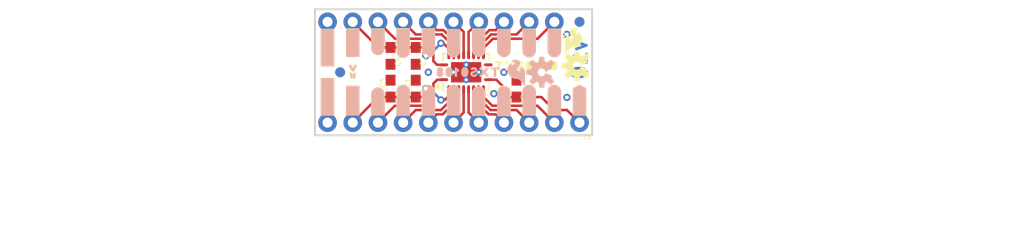
<source format=kicad_pcb>
(kicad_pcb (version 20211014) (generator pcbnew)
  (layers (0 "F.Cu" signal) (31 "B.Cu" signal) (34 "B.Paste" user) (35 "F.Paste" user) (36 "B.SilkS" user "B.Silkscreen") (37 "F.SilkS" user "F.Silkscreen") (38 "B.Mask" user) (39 "F.Mask" user) (44 "Edge.Cuts" user))
  (net 0 "")
  (net 1 "GND")
  (net 2 "VCCA")
  (net 3 "A1")
  (net 4 "A2")
  (net 5 "A3")
  (net 6 "A4")
  (net 7 "A5")
  (net 8 "A6")
  (net 9 "A7")
  (net 10 "A8")
  (net 11 "OE")
  (net 12 "B1")
  (net 13 "B2")
  (net 14 "B3")
  (net 15 "B4")
  (net 16 "B5")
  (net 17 "B6")
  (net 18 "B7")
  (net 19 "B8")
  (net 20 "VCCB")
  (footprint "boardEagle:#B1#0" (layer "F.Cu") (at 140.8811 103.2256 90)
    (fp_text reference "U$20" hide)
    (fp_text value "" hide)
  )
  (footprint "boardEagle:1X10_NO_SILK" (layer "F.Cu") (at 158.6611 99.9236 180)
    (fp_text reference "J2" (at -1.27 -1.397) (layer "F.SilkS") (effects (font (size 0.512064 0.512064) (thickness 0.097536)) (justify right)))
    (fp_text value "")
    (pad "1" thru_hole circle (at 0 0 270) (size 1.8796 1.8796) (drill 1.016) (layers *.Cu *.Mask) (net 19 "B8"))
    (pad "2" thru_hole circle (at 2.54 0 270) (size 1.8796 1.8796) (drill 1.016) (layers *.Cu *.Mask) (net 18 "B7"))
    (pad "3" thru_hole circle (at 5.08 0 270) (size 1.8796 1.8796) (drill 1.016) (layers *.Cu *.Mask) (net 17 "B6"))
    (pad "4" thru_hole circle (at 7.62 0 270) (size 1.8796 1.8796) (drill 1.016) (layers *.Cu *.Mask) (net 16 "B5"))
    (pad "5" thru_hole circle (at 10.16 0 270) (size 1.8796 1.8796) (drill 1.016) (layers *.Cu *.Mask) (net 15 "B4"))
    (pad "6" thru_hole circle (at 12.7 0 270) (size 1.8796 1.8796) (drill 1.016) (layers *.Cu *.Mask) (net 14 "B3"))
    (pad "7" thru_hole circle (at 15.24 0 270) (size 1.8796 1.8796) (drill 1.016) (layers *.Cu *.Mask) (net 13 "B2"))
    (pad "8" thru_hole circle (at 17.78 0 270) (size 1.8796 1.8796) (drill 1.016) (layers *.Cu *.Mask) (net 12 "B1"))
    (pad "9" thru_hole circle (at 20.32 0 270) (size 1.8796 1.8796) (drill 1.016) (layers *.Cu *.Mask) (net 20 "VCCB"))
    (pad "10" thru_hole circle (at 22.86 0 270) (size 1.8796 1.8796) (drill 1.016) (layers *.Cu *.Mask) (net 1 "GND"))
  )
  (footprint "boardEagle:#A3#0" (layer "F.Cu") (at 145.9611 109.7026 90)
    (fp_text reference "U$7" hide)
    (fp_text value "" hide)
  )
  (footprint "boardEagle:OSHW-LOGO-S" (layer "F.Cu") (at 160.9471 104.3686 90)
    (fp_text reference "LOGO1" hide)
    (fp_text value "OSHW-LOGOS" hide)
  )
  (footprint "boardEagle:#4#0" (layer "F.Cu") (at 148.5011 109.7026 90)
    (fp_text reference "U$8" hide)
    (fp_text value "" hide)
  )
  (footprint "boardEagle:#B2#0" (layer "F.Cu") (at 143.4211 103.4796 90)
    (fp_text reference "U$19" hide)
    (fp_text value "" hide)
  )
  (footprint "boardEagle:#5#0" (layer "F.Cu") (at 151.0411 109.7026 90)
    (fp_text reference "U$9" hide)
    (fp_text value "" hide)
  )
  (footprint "boardEagle:#B6#0" (layer "F.Cu") (at 153.5811 103.4796 90)
    (fp_text reference "U$15" hide)
    (fp_text value "" hide)
  )
  (footprint "boardEagle:0603" (layer "F.Cu") (at 144.6911 103.3526 -90)
    (fp_text reference "C2" (at 0 -0.762 90) (layer "F.SilkS") (effects (font (size 0.512064 0.512064) (thickness 0.097536)) (justify right)))
    (fp_text value "0.1uF")
    (pad "1" smd roundrect (at -0.85 0 270) (size 1.1 1) (layers "F.Cu" "F.Paste" "F.Mask") (roundrect_rratio 0.0508) (net 20 "VCCB"))
    (pad "2" smd roundrect (at 0.85 0 270) (size 1.1 1) (layers "F.Cu" "F.Paste" "F.Mask") (roundrect_rratio 0.0508) (net 1 "GND"))
  )
  (footprint "boardEagle:#B3#0" (layer "F.Cu") (at 145.9611 103.4796 90)
    (fp_text reference "U$18" hide)
    (fp_text value "" hide)
  )
  (footprint "boardEagle:#B7#0" (layer "F.Cu") (at 156.1211 103.4796 90)
    (fp_text reference "U$14" hide)
    (fp_text value "" hide)
  )
  (footprint "boardEagle:0603" (layer "F.Cu") (at 144.6911 106.6546 90)
    (fp_text reference "C1" (at 0 -0.762 90) (layer "F.SilkS") (effects (font (size 0.512064 0.512064) (thickness 0.097536)) (justify left)))
    (fp_text value "0.1uF")
    (pad "1" smd roundrect (at -0.85 0 90) (size 1.1 1) (layers "F.Cu" "F.Paste" "F.Mask") (roundrect_rratio 0.0508) (net 2 "VCCA"))
    (pad "2" smd roundrect (at 0.85 0 90) (size 1.1 1) (layers "F.Cu" "F.Paste" "F.Mask") (roundrect_rratio 0.0508) (net 1 "GND"))
  )
  (footprint "boardEagle:#A1#0" (layer "F.Cu") (at 140.8811 109.7026 90)
    (fp_text reference "U$5" hide)
    (fp_text value "" hide)
  )
  (footprint "boardEagle:#VA#0" (layer "F.Cu") (at 138.3411 109.7026 90)
    (fp_text reference "U$3" hide)
    (fp_text value "" hide)
  )
  (footprint "boardEagle:TXS01080" (layer "F.Cu") (at 151.9301 104.3686)
    (fp_text reference "U$44" hide)
    (fp_text value "" hide)
  )
  (footprint "boardEagle:#0" (layer "F.Cu") (at 138.3411 104.4702 90)
    (fp_text reference "U$33" hide)
    (fp_text value "" hide)
  )
  (footprint "boardEagle:1X11_NO_SILK" (layer "F.Cu") (at 161.2011 110.0836 180)
    (fp_text reference "J1" (at -1.27 -1.397) (layer "F.SilkS") (effects (font (size 0.512064 0.512064) (thickness 0.097536)) (justify right)))
    (fp_text value "")
    (pad "1" thru_hole circle (at 0 0 270) (size 1.8796 1.8796) (drill 1.016) (layers *.Cu *.Mask) (net 11 "OE"))
    (pad "2" thru_hole circle (at 2.54 0 270) (size 1.8796 1.8796) (drill 1.016) (layers *.Cu *.Mask) (net 10 "A8"))
    (pad "3" thru_hole circle (at 5.08 0 270) (size 1.8796 1.8796) (drill 1.016) (layers *.Cu *.Mask) (net 9 "A7"))
    (pad "4" thru_hole circle (at 7.62 0 270) (size 1.8796 1.8796) (drill 1.016) (layers *.Cu *.Mask) (net 8 "A6"))
    (pad "5" thru_hole circle (at 10.16 0 270) (size 1.8796 1.8796) (drill 1.016) (layers *.Cu *.Mask) (net 7 "A5"))
    (pad "6" thru_hole circle (at 12.7 0 270) (size 1.8796 1.8796) (drill 1.016) (layers *.Cu *.Mask) (net 6 "A4"))
    (pad "7" thru_hole circle (at 15.24 0 270) (size 1.8796 1.8796) (drill 1.016) (layers *.Cu *.Mask) (net 5 "A3"))
    (pad "8" thru_hole circle (at 17.78 0 270) (size 1.8796 1.8796) (drill 1.016) (layers *.Cu *.Mask) (net 4 "A2"))
    (pad "9" thru_hole circle (at 20.32 0 270) (size 1.8796 1.8796) (drill 1.016) (layers *.Cu *.Mask) (net 3 "A1"))
    (pad "10" thru_hole circle (at 22.86 0 270) (size 1.8796 1.8796) (drill 1.016) (layers *.Cu *.Mask) (net 2 "VCCA"))
    (pad "11" thru_hole circle (at 25.4 0 270) (size 1.8796 1.8796) (drill 1.016) (layers *.Cu *.Mask) (net 1 "GND"))
  )
  (footprint "boardEagle:#OE#0" (layer "F.Cu") (at 161.2011 109.7026 90)
    (fp_text reference "U$21" hide)
    (fp_text value "" hide)
  )
  (footprint "boardEagle:FIDUCIAL-1X2" (layer "F.Cu") (at 161.2011 99.9236)
    (fp_text reference "FD1" hide)
    (fp_text value "FIDUCIAL1X2" hide)
    (pad "1" smd roundrect (at 0 0) (size 1 1) (layers "F.Cu" "F.Mask") (roundrect_rratio 0.5))
  )
  (footprint "boardEagle:V0" (layer "F.Cu") (at 138.4173 105.1814)
    (fp_text reference "U$46" hide)
    (fp_text value "" hide)
  )
  (footprint "boardEagle:#A7#0" (layer "F.Cu") (at 156.1211 109.7026 90)
    (fp_text reference "U$11" hide)
    (fp_text value "" hide)
  )
  (footprint "boardEagle:0603" (layer "F.Cu") (at 142.1511 103.3526 -90)
    (fp_text reference "C4" (at 0 -0.762 90) (layer "F.SilkS") (effects (font (size 0.512064 0.512064) (thickness 0.097536)) (justify right)))
    (fp_text value "10uF")
    (pad "1" smd roundrect (at -0.85 0 270) (size 1.1 1) (layers "F.Cu" "F.Paste" "F.Mask") (roundrect_rratio 0.0508) (net 20 "VCCB"))
    (pad "2" smd roundrect (at 0.85 0 270) (size 1.1 1) (layers "F.Cu" "F.Paste" "F.Mask") (roundrect_rratio 0.0508) (net 1 "GND"))
  )
  (footprint "boardEagle:0603" (layer "F.Cu") (at 142.1511 106.6546 90)
    (fp_text reference "C3" (at 0 -0.762 90) (layer "F.SilkS") (effects (font (size 0.512064 0.512064) (thickness 0.097536)) (justify left)))
    (fp_text value "10uF")
    (pad "1" smd roundrect (at -0.85 0 90) (size 1.1 1) (layers "F.Cu" "F.Paste" "F.Mask") (roundrect_rratio 0.0508) (net 2 "VCCA"))
    (pad "2" smd roundrect (at 0.85 0 90) (size 1.1 1) (layers "F.Cu" "F.Paste" "F.Mask") (roundrect_rratio 0.0508) (net 1 "GND"))
  )
  (footprint "boardEagle:#A8#0" (layer "F.Cu") (at 158.6611 109.7026 90)
    (fp_text reference "U$12" hide)
    (fp_text value "" hide)
  )
  (footprint "boardEagle:#5#6" (layer "F.Cu") (at 151.0411 102.4636 90)
    (fp_text reference "U$17" hide)
    (fp_text value "" hide)
  )
  (footprint "boardEagle:SFE_LOGO_FLAME_.1" (layer "F.Cu") (at 160.5661 101.8286)
    (fp_text reference "LOGO2" hide)
    (fp_text value "SFE_LOGO_FLAME.1_INCH" hide)
  )
  (footprint "boardEagle:0603" (layer "F.Cu") (at 154.8511 106.6546 -90)
    (fp_text reference "R1" (at 0 -0.762 90) (layer "F.SilkS") (effects (font (size 0.512064 0.512064) (thickness 0.097536)) (justify right)))
    (fp_text value "100k")
    (pad "1" smd roundrect (at -0.85 0 270) (size 1.1 1) (layers "F.Cu" "F.Paste" "F.Mask") (roundrect_rratio 0.0508) (net 1 "GND"))
    (pad "2" smd roundrect (at 0.85 0 270) (size 1.1 1) (layers "F.Cu" "F.Paste" "F.Mask") (roundrect_rratio 0.0508) (net 11 "OE"))
  )
  (footprint "boardEagle:#GND#0" (layer "F.Cu") (at 135.8011 109.7026 90)
    (fp_text reference "U$2" hide)
    (fp_text value "" hide)
  )
  (footprint "boardEagle:CREATIVE_COMMONS" (layer "F.Cu") (at 123.1011 120.2436)
    (fp_text reference "FRAME1" hide)
    (fp_text value "FRAME-LETTER" hide)
  )
  (footprint "boardEagle:FIDUCIAL-1X2" (layer "F.Cu") (at 137.0711 105.0036)
    (fp_text reference "FD3" hide)
    (fp_text value "FIDUCIAL1X2" hide)
    (pad "1" smd roundrect (at 0 0) (size 1 1) (layers "F.Cu" "F.Mask") (roundrect_rratio 0.5))
  )
  (footprint "boardEagle:VFQFN-20" (layer "F.Cu") (at 149.7711 105.0036)
    (fp_text reference "U1" (at -1.5 -2.5) (layer "F.SilkS") (effects (font (size 0.512064 0.512064) (thickness 0.097536)) (justify left)))
    (fp_text value "TXS0108")
    (fp_poly (pts (xy 1.39 -1.439342) (xy 1.371396 -1.369912) (xy 1.320088 -1.318604) (xy 1.25 -1.299824) (xy 1.179912 -1.318604) (xy 1.128604 -1.369912) (xy 1.11 -1.439342) (xy 1.11 -2.055) (xy 1.39 -2.055)) (layer "F.Cu") (width 0) (fill solid))
    (fp_poly (pts (xy 1.89 -1.439342) (xy 1.871396 -1.369912) (xy 1.820088 -1.318604) (xy 1.75 -1.299824) (xy 1.679912 -1.318604) (xy 1.628604 -1.369912) (xy 1.61 -1.439342) (xy 1.61 -2.055) (xy 1.89 -2.055)) (layer "F.Cu") (width 0) (fill solid))
    (fp_poly (pts (xy -0.679912 1.318604) (xy -0.628604 1.369912) (xy -0.61 1.439342) (xy -0.61 2.055) (xy -0.89 2.055) (xy -0.89 1.439342) (xy -0.871396 1.369912) (xy -0.820088 1.318604) (xy -0.75 1.299824)) (layer "F.Cu") (width 0) (fill solid))
    (fp_poly (pts (xy 0.89 -1.439342) (xy 0.871396 -1.369912) (xy 0.820088 -1.318604) (xy 0.75 -1.299824) (xy 0.679912 -1.318604) (xy 0.628604 -1.369912) (xy 0.61 -1.439342) (xy 0.61 -2.055) (xy 0.89 -2.055)) (layer "F.Cu") (width 0) (fill solid))
    (fp_poly (pts (xy -0.179912 1.318604) (xy -0.128604 1.369912) (xy -0.11 1.439342) (xy -0.11 2.055) (xy -0.39 2.055) (xy -0.39 1.439342) (xy -0.371396 1.369912) (xy -0.320088 1.318604) (xy -0.25 1.299824)) (layer "F.Cu") (width 0) (fill solid))
    (fp_poly (pts (xy 0.320088 1.318604) (xy 0.371396 1.369912) (xy 0.39 1.439342) (xy 0.39 2.055) (xy 0.11 2.055) (xy 0.11 1.439342) (xy 0.128604 1.369912) (xy 0.179912 1.318604) (xy 0.25 1.299824)) (layer "F.Cu") (width 0) (fill solid))
    (fp_poly (pts (xy 0.39 -1.439342) (xy 0.371396 -1.369912) (xy 0.320088 -1.318604) (xy 0.25 -1.299824) (xy 0.179912 -1.318604) (xy 0.128604 -1.369912) (xy 0.11 -1.439342) (xy 0.11 -2.055) (xy 0.39 -2.055)) (layer "F.Cu") (width 0) (fill solid))
    (fp_poly (pts (xy -0.61 -1.439342) (xy -0.628604 -1.369912) (xy -0.679912 -1.318604) (xy -0.75 -1.299824) (xy -0.820088 -1.318604) (xy -0.871396 -1.369912) (xy -0.89 -1.439342) (xy -0.89 -2.055) (xy -0.61 -2.055)) (layer "F.Cu") (width 0) (fill solid))
    (fp_poly (pts (xy -1.11 -1.439342) (xy -1.128604 -1.369912) (xy -1.179912 -1.318604) (xy -1.25 -1.299824) (xy -1.320088 -1.318604) (xy -1.371396 -1.369912) (xy -1.39 -1.439342) (xy -1.39 -2.055) (xy -1.11 -2.055)) (layer "F.Cu") (width 0) (fill solid))
    (fp_poly (pts (xy 0.820088 1.318604) (xy 0.871396 1.369912) (xy 0.89 1.439342) (xy 0.89 2.055) (xy 0.61 2.055) (xy 0.61 1.439342) (xy 0.628604 1.369912) (xy 0.679912 1.318604) (xy 0.75 1.299824)) (layer "F.Cu") (width 0) (fill solid))
    (fp_poly (pts (xy 1.320088 1.318604) (xy 1.371396 1.369912) (xy 1.39 1.439342) (xy 1.39 2.055) (xy 1.11 2.055) (xy 1.11 1.439342) (xy 1.128604 1.369912) (xy 1.179912 1.318604) (xy 1.25 1.299824)) (layer "F.Cu") (width 0) (fill solid))
    (fp_poly (pts (xy -1.61 -1.439342) (xy -1.628604 -1.369912) (xy -1.679912 -1.318604) (xy -1.75 -1.299824) (xy -1.820088 -1.318604) (xy -1.871396 -1.369912) (xy -1.89 -1.439342) (xy -1.89 -2.055) (xy -1.61 -2.055)) (layer "F.Cu") (width 0) (fill solid))
    (fp_poly (pts (xy -1.679912 1.318604) (xy -1.628604 1.369912) (xy -1.61 1.439342) (xy -1.61 2.055) (xy -1.89 2.055) (xy -1.89 1.439342) (xy -1.871396 1.369912) (xy -1.820088 1.318604) (xy -1.75 1.299824)) (layer "F.Cu") (width 0) (fill solid))
    (fp_poly (pts (xy -0.11 -1.439342) (xy -0.128604 -1.369912) (xy -0.179912 -1.318604) (xy -0.25 -1.299824) (xy -0.320088 -1.318604) (xy -0.371396 -1.369912) (xy -0.39 -1.439342) (xy -0.39 -2.055) (xy -0.11 -2.055)) (layer "F.Cu") (width 0) (fill solid))
    (fp_poly (pts (xy 2.555 -0.61) (xy 1.939342 -0.61) (xy 1.869912 -0.628604) (xy 1.818604 -0.679912) (xy 1.799824 -0.75) (xy 1.818604 -0.820088) (xy 1.869912 -0.871396) (xy 1.939342 -0.89) (xy 2.555 -0.89)) (layer "F.Cu") (width 0) (fill solid))
    (fp_poly (pts (xy -1.869912 0.628604) (xy -1.818604 0.679912) (xy -1.799824 0.75) (xy -1.818604 0.820088) (xy -1.869912 0.871396) (xy -1.939342 0.89) (xy -2.555 0.89) (xy -2.555 0.61) (xy -1.939342 0.61)) (layer "F.Cu") (width 0) (fill solid))
    (fp_poly (pts (xy -1.869912 -0.871396) (xy -1.818604 -0.820088) (xy -1.799824 -0.75) (xy -1.818604 -0.679912) (xy -1.869912 -0.628604) (xy -1.939342 -0.61) (xy -2.555 -0.61) (xy -2.555 -0.89) (xy -1.939342 -0.89)) (layer "F.Cu") (width 0) (fill solid))
    (fp_poly (pts (xy 2.555 0.89) (xy 1.939342 0.89) (xy 1.869912 0.871396) (xy 1.818604 0.820088) (xy 1.799824 0.75) (xy 1.818604 0.679912) (xy 1.869912 0.628604) (xy 1.939342 0.61) (xy 2.555 0.61)) (layer "F.Cu") (width 0) (fill solid))
    (fp_poly (pts (xy -1.179912 1.318604) (xy -1.128604 1.369912) (xy -1.11 1.439342) (xy -1.11 2.055) (xy -1.39 2.055) (xy -1.39 1.439342) (xy -1.371396 1.369912) (xy -1.320088 1.318604) (xy -1.25 1.299824)) (layer "F.Cu") (width 0) (fill solid))
    (fp_poly (pts (xy 1.820088 1.318604) (xy 1.871396 1.369912) (xy 1.89 1.439342) (xy 1.89 2.055) (xy 1.61 2.055) (xy 1.61 1.439342) (xy 1.628604 1.369912) (xy 1.679912 1.318604) (xy 1.75 1.299824)) (layer "F.Cu") (width 0) (fill solid))
    (pad "1" smd roundrect (at -2.3 0.75) (size 0.7 0.28) (layers "F.Cu") (roundrect_rratio 0.1814285714) (net 3 "A1"))
    (pad "2" smd roundrect (at -1.75 1.8 90) (size 0.7 0.28) (layers "F.Cu") (roundrect_rratio 0.1814285714) (net 2 "VCCA"))
    (pad "3" smd roundrect (at -1.25 1.8 90) (size 0.7 0.28) (layers "F.Cu") (roundrect_rratio 0.1814285714) (net 4 "A2"))
    (pad "4" smd roundrect (at -0.75 1.8 90) (size 0.7 0.28) (layers "F.Cu") (roundrect_rratio 0.1814285714) (net 5 "A3"))
    (pad "5" smd roundrect (at -0.25 1.8 90) (size 0.7 0.28) (layers "F.Cu") (roundrect_rratio 0.1814285714) (net 6 "A4"))
    (pad "6" smd roundrect (at 0.25 1.8 90) (size 0.7 0.28) (layers "F.Cu") (roundrect_rratio 0.1814285714) (net 7 "A5"))
    (pad "7" smd roundrect (at 0.75 1.8 90) (size 0.7 0.28) (layers "F.Cu") (roundrect_rratio 0.1814285714) (net 8 "A6"))
    (pad "8" smd roundrect (at 1.25 1.8 90) (size 0.7 0.28) (layers "F.Cu") (roundrect_rratio 0.1814285714) (net 9 "A7"))
    (pad "9" smd roundrect (at 1.75 1.8 90) (size 0.7 0.28) (layers "F.Cu") (roundrect_rratio 0.1814285714) (net 10 "A8"))
    (pad "10" smd roundrect (at 2.3 0.75 180) (size 0.7 0.28) (layers "F.Cu") (roundrect_rratio 0.1814285714) (net 11 "OE"))
    (pad "11" smd roundrect (at 2.3 -0.75 180) (size 0.7 0.28) (layers "F.Cu") (roundrect_rratio 0.1814285714) (net 1 "GND"))
    (pad "12" smd roundrect (at 1.75 -1.8 270) (size 0.7 0.28) (layers "F.Cu") (roundrect_rratio 0.1814285714) (net 19 "B8"))
    (pad "13" smd roundrect (at 1.25 -1.8 270) (size 0.7 0.28) (layers "F.Cu") (roundrect_rratio 0.1814285714) (net 18 "B7"))
    (pad "14" smd roundrect (at 0.75 -1.8 270) (size 0.7 0.28) (layers "F.Cu") (roundrect_rratio 0.1814285714) (net 17 "B6"))
    (pad "15" smd roundrect (at 0.25 -1.8 270) (size 0.7 0.28) (layers "F.Cu") (roundrect_rratio 0.1814285714) (net 16 "B5"))
    (pad "16" smd roundrect (at -0.25 -1.8 270) (size 0.7 0.28) (layers "F.Cu") (roundrect_rratio 0.1814285714) (net 15 "B4"))
    (pad "17" smd roundrect (at -0.75 -1.8 270) (size 0.7 0.28) (layers "F.Cu") (roundrect_rratio 0.1814285714) (net 14 "B3"))
    (pad "18" smd roundrect (at -1.25 -1.8 270) (size 0.7 0.28) (layers "F.Cu") (roundrect_rratio 0.1814285714) (net 13 "B2"))
    (pad "19" smd roundrect (at -1.75 -1.8 270) (size 0.7 0.28) (layers "F.Cu") (roundrect_rratio 0.1814285714) (net 20 "VCCB"))
    (pad "20" smd roundrect (at -2.3 -0.75) (size 0.7 0.28) (layers "F.Cu") (roundrect_rratio 0.1814285714) (net 12 "B1"))
    (pad "EPAD" smd roundrect (at 0 0) (size 3.05 2.05) (layers "F.Cu" "F.Mask") (roundrect_rratio 0.0247804878) (net 1 "GND"))
  )
  (footprint "boardEagle:#A2#0" (layer "F.Cu") (at 143.4211 109.7026 90)
    (fp_text reference "U$6" hide)
    (fp_text value "" hide)
  )
  (footprint "boardEagle:#B8#0" (layer "F.Cu") (at 158.6611 103.4796 90)
    (fp_text reference "U$13" hide)
    (fp_text value "" hide)
  )
  (footprint "boardEagle:#GND#0" (layer "F.Cu") (at 135.8011 104.7496 90)
    (fp_text reference "U$1" hide)
    (fp_text value "" hide)
  )
  (footprint "boardEagle:#A6#0" (layer "F.Cu") (at 153.5811 109.7026 90)
    (fp_text reference "U$10" hide)
    (fp_text value "" hide)
  )
  (footprint "boardEagle:#VB#0" (layer "F.Cu") (at 138.3411 103.7336 90)
    (fp_text reference "U$22" hide)
    (fp_text value "" hide)
  )
  (footprint "boardEagle:#4#6" (layer "F.Cu") (at 148.5011 102.5906 90)
    (fp_text reference "U$16" hide)
    (fp_text value "" hide)
  )
  (footprint "boardEagle:#B8#9" (layer "B.Cu") (at 158.6611 100.3046 -90)
    (fp_text reference "U$35" hide)
    (fp_text value "" hide)
  )
  (footprint "boardEagle:#A6#6" (layer "B.Cu") (at 153.5811 106.4006 -90)
    (fp_text reference "U$29" hide)
    (fp_text value "" hide)
  )
  (footprint "boardEagle:FIDUCIAL-1X2" (layer "B.Cu") (at 161.2011 99.9236 180)
    (fp_text reference "FD2" hide)
    (fp_text value "FIDUCIAL1X2" hide)
    (pad "1" smd roundrect (at 0 0 180) (size 1 1) (layers "B.Cu" "B.Mask") (roundrect_rratio 0.5))
  )
  (footprint "boardEagle:SFE_LOGO_FLAME_.1" (layer "B.Cu") (at 154.8511 105.0036 180)
    (fp_text reference "LOGO3" hide)
    (fp_text value "SFE_LOGO_FLAME.1_INCH" hide)
  )
  (footprint "boardEagle:#GND#0" (layer "B.Cu") (at 135.8011 105.2576 -90)
    (fp_text reference "U$34" hide)
    (fp_text value "" hide)
  )
  (footprint "boardEagle:#0" (layer "B.Cu") (at 138.3411 105.3084 90)
    (fp_text reference "U$47" hide)
    (fp_text value "" hide)
  )
  (footprint "boardEagle:V0" (layer "B.Cu") (at 138.2649 104.4702 180)
    (fp_text reference "U$48" hide)
    (fp_text value "" hide)
  )
  (footprint "boardEagle:OSHW-LOGO-S" (layer "B.Cu") (at 157.3911 105.0036 -90)
    (fp_text reference "LOGO4" hide)
    (fp_text value "OSHW-LOGOS" hide)
  )
  (footprint "boardEagle:FIDUCIAL-1X2" (layer "B.Cu") (at 137.0711 105.0036 180)
    (fp_text reference "FD4" hide)
    (fp_text value "FIDUCIAL1X2" hide)
    (pad "1" smd roundrect (at 0 0 180) (size 1 1) (layers "B.Cu" "B.Mask") (roundrect_rratio 0.5))
  )
  (footprint "boardEagle:#A7#8" (layer "B.Cu") (at 156.1211 106.2736 -90)
    (fp_text reference "U$30" hide)
    (fp_text value "" hide)
  )
  (footprint "boardEagle:#A4#4" (layer "B.Cu") (at 148.5011 106.2736 -90)
    (fp_text reference "U$27" hide)
    (fp_text value "" hide)
  )
  (footprint "boardEagle:#B2#9" (layer "B.Cu") (at 143.4211 100.3046 -90)
    (fp_text reference "U$41" hide)
    (fp_text value "" hide)
  )
  (footprint "boardEagle:#B6#9" (layer "B.Cu") (at 153.5811 100.3046 -90)
    (fp_text reference "U$37" hide)
    (fp_text value "" hide)
  )
  (footprint "boardEagle:#A2#2" (layer "B.Cu") (at 143.4211 106.2736 -90)
    (fp_text reference "U$25" hide)
    (fp_text value "" hide)
  )
  (footprint "boardEagle:#VA#0" (layer "B.Cu") (at 138.3411 106.0196 -90)
    (fp_text reference "U$4" hide)
    (fp_text value "" hide)
  )
  (footprint "boardEagle:#VB#0" (layer "B.Cu") (at 138.3411 100.3046 -90)
    (fp_text reference "U$23" hide)
    (fp_text value "" hide)
  )
  (footprint "boardEagle:#B7#9" (layer "B.Cu") (at 156.1211 100.3046 -90)
    (fp_text reference "U$36" hide)
    (fp_text value "" hide)
  )
  (footprint "boardEagle:#B5#9" (layer "B.Cu") (at 151.0411 100.3046 -90)
    (fp_text reference "U$38" hide)
    (fp_text value "" hide)
  )
  (footprint "boardEagle:#GND#0" (layer "B.Cu") (at 135.8011 100.3046 -90)
    (fp_text reference "U$32" hide)
    (fp_text value "" hide)
  )
  (footprint "boardEagle:#OE#1" (layer "B.Cu") (at 161.2011 106.2736 -90)
    (fp_text reference "U$45" hide)
    (fp_text value "" hide)
  )
  (footprint "boardEagle:#A1#2" (layer "B.Cu") (at 140.8811 106.5276 -90)
    (fp_text reference "U$24" hide)
    (fp_text value "" hide)
  )
  (footprint "boardEagle:#B1#9" (layer "B.Cu") (at 140.8811 100.3046 -90)
    (fp_text reference "U$42" hide)
    (fp_text value "" hide)
  )
  (footprint "boardEagle:#B4#9" (layer "B.Cu") (at 148.5011 100.3046 -90)
    (fp_text reference "U$39" hide)
    (fp_text value "" hide)
  )
  (footprint "boardEagle:#A3#3" (layer "B.Cu") (at 145.9611 106.2736 -90)
    (fp_text reference "U$26" hide)
    (fp_text value "" hide)
  )
  (footprint "boardEagle:#A8#9" (layer "B.Cu") (at 158.6611 106.2736 -90)
    (fp_text reference "U$31" hide)
    (fp_text value "" hide)
  )
  (footprint "boardEagle:TXS01080" (layer "B.Cu") (at 153.8351 105.0036 180)
    (fp_text reference "U$43" hide)
    (fp_text value "" hide)
  )
  (footprint "boardEagle:#B3#9" (layer "B.Cu") (at 145.9611 100.3046 -90)
    (fp_text reference "U$40" hide)
    (fp_text value "" hide)
  )
  (footprint "boardEagle:#A5#5" (layer "B.Cu") (at 151.0411 106.4006 -90)
    (fp_text reference "U$28" hide)
    (fp_text value "" hide)
  )
  (gr_line (start 162.4711 98.6536) (end 134.5311 98.6536) (layer "Edge.Cuts") (width 0.2032))
  (gr_line (start 162.4711 111.3536) (end 162.4711 98.6536) (layer "Edge.Cuts") (width 0.2032))
  (gr_line (start 134.5311 98.6536) (end 134.5311 111.3536) (layer "Edge.Cuts") (width 0.2032))
  (gr_line (start 134.5311 111.3536) (end 162.4711 111.3536) (layer "Edge.Cuts") (width 0.2032))
  (gr_text "v10" (at 161.2011 103.7336 -270) (layer "B.Cu") (effects (font (size 1.5113 1.5113) (thickness 0.2667)) (justify mirror)))
  (via (at 159.9311 107.5436) (size 0.7366) (drill 0.381) (layers "F.Cu" "B.Cu") (net 1))
  (via (at 149.7711 105.7656) (size 0.6604) (drill 0.3048) (layers "F.Cu" "B.Cu") (net 1))
  (via (at 159.9311 101.1936) (size 0.7366) (drill 0.381) (layers "F.Cu" "B.Cu") (net 1))
  (via (at 152.5651 107.1626) (size 0.7366) (drill 0.381) (layers "F.Cu" "B.Cu") (net 1))
  (via (at 149.7711 104.2416) (size 0.6604) (drill 0.3048) (layers "F.Cu" "B.Cu") (net 1))
  (via (at 145.9611 105.0036) (size 0.7366) (drill 0.381) (layers "F.Cu" "B.Cu") (net 1))
  (via (at 148.5011 105.0036) (size 0.6604) (drill 0.3048) (layers "F.Cu" "B.Cu") (net 1))
  (via (at 151.0411 105.0036) (size 0.6604) (drill 0.3048) (layers "F.Cu" "B.Cu") (net 1))
  (via (at 153.5811 105.0036) (size 0.7366) (drill 0.381) (layers "F.Cu" "B.Cu") (net 1))
  (segment (start 147.6121 107.7976) (end 148.0211 107.3886) (width 0.254) (layer "F.Cu") (net 2))
  (segment (start 144.6911 107.5046) (end 142.1511 107.5046) (width 0.254) (layer "F.Cu") (net 2))
  (segment (start 145.7071 107.2896) (end 145.7071 106.6546) (width 0.254) (layer "F.Cu") (net 2))
  (segment (start 148.0211 107.3886) (end 148.0211 106.8036) (width 0.254) (layer "F.Cu") (net 2))
  (segment (start 142.1511 107.5046) (end 140.9201 107.5046) (width 0.254) (layer "F.Cu") (net 2))
  (segment (start 147.2311 107.7976) (end 147.6121 107.7976) (width 0.254) (layer "F.Cu") (net 2))
  (segment (start 144.6911 107.5046) (end 145.4921 107.5046) (width 0.254) (layer "F.Cu") (net 2))
  (segment (start 145.4921 107.5046) (end 145.7071 107.2896) (width 0.254) (layer "F.Cu") (net 2))
  (segment (start 140.9201 107.5046) (end 138.3411 110.0836) (width 0.254) (layer "F.Cu") (net 2))
  (via (at 145.7071 106.6546) (size 0.7366) (drill 0.381) (layers "F.Cu" "B.Cu") (net 2))
  (via (at 147.2311 107.7976) (size 0.7366) (drill 0.381) (layers "F.Cu" "B.Cu") (net 2))
  (segment (start 146.0881 106.6546) (end 147.2311 107.7976) (width 0.254) (layer "B.Cu") (net 2))
  (segment (start 145.7071 106.6546) (end 146.0881 106.6546) (width 0.254) (layer "B.Cu") (net 2))
  (segment (start 145.9611 108.3818) (end 142.5829 108.3818) (width 0.254) (layer "F.Cu") (net 3))
  (segment (start 146.8621 105.7536) (end 147.4711 105.7536) (width 0.254) (layer "F.Cu") (net 3))
  (segment (start 142.5829 108.3818) (end 140.8811 110.0836) (width 0.254) (layer "F.Cu") (net 3))
  (segment (start 146.4691 106.1466) (end 146.8621 105.7536) (width 0.254) (layer "F.Cu") (net 3))
  (segment (start 145.9611 108.3818) (end 146.4691 107.8738) (width 0.254) (layer "F.Cu") (net 3))
  (segment (start 146.4691 107.8738) (end 146.4691 106.1466) (width 0.254) (layer "F.Cu") (net 3))
  (segment (start 147.2311 108.8136) (end 144.6911 108.8136) (width 0.254) (layer "F.Cu") (net 4))
  (segment (start 148.5211 107.5236) (end 148.5211 106.8036) (width 0.254) (layer "F.Cu") (net 4))
  (segment (start 147.2311 108.8136) (end 148.5211 107.5236) (width 0.254) (layer "F.Cu") (net 4))
  (segment (start 144.6911 108.8136) (end 143.4211 110.0836) (width 0.254) (layer "F.Cu") (net 4))
  (segment (start 146.7993 109.2454) (end 147.409962 109.2454) (width 0.254) (layer "F.Cu") (net 5))
  (segment (start 147.409962 109.2454) (end 149.0211 107.634263) (width 0.254) (layer "F.Cu") (net 5))
  (segment (start 149.0211 107.634263) (end 149.0211 106.8036) (width 0.254) (layer "F.Cu") (net 5))
  (segment (start 145.9611 110.0836) (end 146.7993 109.2454) (width 0.254) (layer "F.Cu") (net 5))
  (segment (start 149.5211 109.0636) (end 148.5011 110.0836) (width 0.254) (layer "F.Cu") (net 6))
  (segment (start 149.5211 107.9206) (end 149.5211 109.0636) (width 0.254) (layer "F.Cu") (net 6))
  (segment (start 149.5211 107.5436) (end 149.5211 106.8036) (width 0.254) (layer "F.Cu") (net 6))
  (segment (start 149.5211 107.9206) (end 149.5211 107.5436) (width 0.254) (layer "F.Cu") (net 6))
  (segment (start 150.0211 109.0636) (end 150.0211 106.8036) (width 0.254) (layer "F.Cu") (net 7))
  (segment (start 151.0411 110.0836) (end 150.0211 109.0636) (width 0.254) (layer "F.Cu") (net 7))
  (segment (start 152.7429 109.2454) (end 152.050187 109.2454) (width 0.254) (layer "F.Cu") (net 8))
  (segment (start 152.050187 109.2454) (end 150.5211 107.716313) (width 0.254) (layer "F.Cu") (net 8))
  (segment (start 150.5211 107.716313) (end 150.5211 106.8036) (width 0.254) (layer "F.Cu") (net 8))
  (segment (start 153.5811 110.0836) (end 152.7429 109.2454) (width 0.254) (layer "F.Cu") (net 8))
  (segment (start 151.0211 107.60565) (end 151.0211 106.8036) (width 0.254) (layer "F.Cu") (net 9))
  (segment (start 154.8511 108.8136) (end 156.1211 110.0836) (width 0.254) (layer "F.Cu") (net 9))
  (segment (start 152.22905 108.8136) (end 154.8511 108.8136) (width 0.254) (layer "F.Cu") (net 9))
  (segment (start 152.22905 108.8136) (end 151.0211 107.60565) (width 0.254) (layer "F.Cu") (net 9))
  (segment (start 151.5211 107.494988) (end 151.5211 106.8036) (width 0.254) (layer "F.Cu") (net 10))
  (segment (start 152.407912 108.3818) (end 151.5211 107.494988) (width 0.254) (layer "F.Cu") (net 10))
  (segment (start 156.9593 108.3818) (end 158.6611 110.0836) (width 0.254) (layer "F.Cu") (net 10))
  (segment (start 152.407912 108.3818) (end 156.9593 108.3818) (width 0.254) (layer "F.Cu") (net 10))
  (segment (start 159.9311 108.8136) (end 161.2011 110.0836) (width 0.254) (layer "F.Cu") (net 11))
  (segment (start 153.5811 107.0356) (end 154.0501 107.5046) (width 0.254) (layer "F.Cu") (net 11))
  (segment (start 157.3521 107.5046) (end 158.6611 108.8136) (width 0.254) (layer "F.Cu") (net 11))
  (segment (start 158.6611 108.8136) (end 159.9311 108.8136) (width 0.254) (layer "F.Cu") (net 11))
  (segment (start 154.0501 107.5046) (end 154.8511 107.5046) (width 0.254) (layer "F.Cu") (net 11))
  (segment (start 152.8071 105.7536) (end 153.5811 106.5276) (width 0.254) (layer "F.Cu") (net 11))
  (segment (start 154.8511 107.5046) (end 157.3521 107.5046) (width 0.254) (layer "F.Cu") (net 11))
  (segment (start 152.0711 105.7536) (end 152.8071 105.7536) (width 0.254) (layer "F.Cu") (net 11))
  (segment (start 153.5811 106.5276) (end 153.5811 107.0356) (width 0.254) (layer "F.Cu") (net 11))
  (segment (start 146.4691 102.1334) (end 145.9611 101.6254) (width 0.254) (layer "F.Cu") (net 12))
  (segment (start 145.9611 101.6254) (end 142.600768 101.6254) (width 0.254) (layer "F.Cu") (net 12))
  (segment (start 140.8811 99.9236) (end 140.898968 99.9236) (width 0.254) (layer "F.Cu") (net 12))
  (segment (start 146.4691 103.8866) (end 146.4691 102.1334) (width 0.254) (layer "F.Cu") (net 12))
  (segment (start 140.898968 99.9236) (end 142.600768 101.6254) (width 0.254) (layer "F.Cu") (net 12))
  (segment (start 147.4711 104.2536) (end 146.8361 104.2536) (width 0.254) (layer "F.Cu") (net 12))
  (segment (start 146.8361 104.2536) (end 146.4691 103.8866) (width 0.254) (layer "F.Cu") (net 12))
  (segment (start 148.5211 102.40155) (end 148.5211 103.2036) (width 0.254) (layer "F.Cu") (net 13))
  (segment (start 147.31315 101.1936) (end 148.5211 102.40155) (width 0.254) (layer "F.Cu") (net 13))
  (segment (start 147.31315 101.1936) (end 144.6911 101.1936) (width 0.254) (layer "F.Cu") (net 13))
  (segment (start 144.6911 101.1936) (end 143.4211 99.9236) (width 0.254) (layer "F.Cu") (net 13))
  (segment (start 145.9611 99.9236) (end 146.7993 100.7618) (width 0.254) (layer "F.Cu") (net 14))
  (segment (start 146.7993 100.7618) (end 147.492012 100.7618) (width 0.254) (layer "F.Cu") (net 14))
  (segment (start 147.492012 100.7618) (end 149.0211 102.290888) (width 0.254) (layer "F.Cu") (net 14))
  (segment (start 149.0211 102.290888) (end 149.0211 103.2036) (width 0.254) (layer "F.Cu") (net 14))
  (segment (start 148.5011 99.9236) (end 149.5211 100.9436) (width 0.254) (layer "F.Cu") (net 15))
  (segment (start 149.5211 100.9436) (end 149.5211 103.2036) (width 0.254) (layer "F.Cu") (net 15))
  (segment (start 151.0411 99.9236) (end 150.0211 100.9436) (width 0.254) (layer "F.Cu") (net 16))
  (segment (start 150.0211 100.9436) (end 150.0211 103.2036) (width 0.254) (layer "F.Cu") (net 16))
  (segment (start 153.5811 99.9236) (end 152.7429 100.7618) (width 0.254) (layer "F.Cu") (net 17))
  (segment (start 152.106575 100.7618) (end 150.5211 102.347275) (width 0.254) (layer "F.Cu") (net 17))
  (segment (start 150.5211 102.347275) (end 150.5211 103.2036) (width 0.254) (layer "F.Cu") (net 17))
  (segment (start 152.7429 100.7618) (end 152.106575 100.7618) (width 0.254) (layer "F.Cu") (net 17))
  (segment (start 152.285437 101.1936) (end 154.8511 101.1936) (width 0.254) (layer "F.Cu") (net 18))
  (segment (start 152.285437 101.1936) (end 151.0211 102.457938) (width 0.254) (layer "F.Cu") (net 18))
  (segment (start 151.0211 102.457938) (end 151.0211 103.2036) (width 0.254) (layer "F.Cu") (net 18))
  (segment (start 154.8511 101.1936) (end 156.1211 99.9236) (width 0.254) (layer "F.Cu") (net 18))
  (segment (start 158.6611 99.9236) (end 156.9593 101.6254) (width 0.254) (layer "F.Cu") (net 19))
  (segment (start 156.9593 101.6254) (end 152.4643 101.6254) (width 0.254) (layer "F.Cu") (net 19))
  (segment (start 151.5211 102.5686) (end 151.5211 103.2036) (width 0.254) (layer "F.Cu") (net 19))
  (segment (start 152.4643 101.6254) (end 151.5211 102.5686) (width 0.254) (layer "F.Cu") (net 19))
  (segment (start 147.2311 102.0826) (end 147.4851 102.0826) (width 0.254) (layer "F.Cu") (net 20))
  (segment (start 144.6911 102.5026) (end 145.4921 102.5026) (width 0.254) (layer "F.Cu") (net 20))
  (segment (start 142.1511 102.5026) (end 140.9201 102.5026) (width 0.254) (layer "F.Cu") (net 20))
  (segment (start 145.4921 102.5026) (end 145.7071 102.7176) (width 0.254) (layer "F.Cu") (net 20))
  (segment (start 148.0211 102.6186) (end 148.0211 103.2036) (width 0.254) (layer "F.Cu") (net 20))
  (segment (start 145.7071 102.7176) (end 145.7071 103.3526) (width 0.254) (layer "F.Cu") (net 20))
  (segment (start 144.6911 102.5026) (end 142.1511 102.5026) (width 0.254) (layer "F.Cu") (net 20))
  (segment (start 147.4851 102.0826) (end 148.0211 102.6186) (width 0.254) (layer "F.Cu") (net 20))
  (segment (start 140.9201 102.5026) (end 138.3411 99.9236) (width 0.254) (layer "F.Cu") (net 20))
  (via (at 147.2311 102.0826) (size 0.7366) (drill 0.381) (layers "F.Cu" "B.Cu") (net 20))
  (via (at 145.7071 103.3526) (size 0.7366) (drill 0.381) (layers "F.Cu" "B.Cu") (net 20))
  (segment (start 145.9611 103.3526) (end 147.2311 102.0826) (width 0.254) (layer "B.Cu") (net 20))
  (segment (start 145.7071 103.3526) (end 145.9611 103.3526) (width 0.254) (layer "B.Cu") (net 20))
)
</source>
